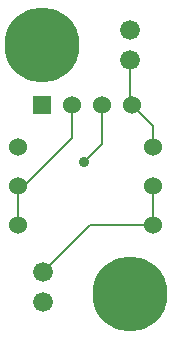
<source format=gtl>
G04 (created by PCBNEW-RS274X (2012-01-19 BZR 3256)-stable) date 23/01/2013 13:42:51*
G01*
G70*
G90*
%MOIN*%
G04 Gerber Fmt 3.4, Leading zero omitted, Abs format*
%FSLAX34Y34*%
G04 APERTURE LIST*
%ADD10C,0.006000*%
%ADD11R,0.060000X0.060000*%
%ADD12C,0.060000*%
%ADD13C,0.066000*%
%ADD14C,0.250000*%
%ADD15C,0.035000*%
%ADD16C,0.008000*%
G04 APERTURE END LIST*
G54D10*
G54D11*
X63750Y-31000D03*
G54D12*
X64750Y-31000D03*
X65750Y-31000D03*
X66750Y-31000D03*
G54D13*
X63800Y-36550D03*
X63800Y-37550D03*
X66700Y-29500D03*
X66700Y-28500D03*
G54D14*
X63750Y-29000D03*
X66700Y-37300D03*
G54D12*
X62950Y-35000D03*
X67450Y-35000D03*
X62950Y-33700D03*
X67450Y-33700D03*
X62950Y-32400D03*
X67450Y-32400D03*
G54D15*
X65150Y-32900D03*
G54D16*
X65750Y-31000D02*
X65750Y-32300D01*
X65750Y-32300D02*
X65150Y-32900D01*
X65350Y-35000D02*
X63800Y-36550D01*
X67450Y-35000D02*
X65350Y-35000D01*
X67450Y-33700D02*
X67450Y-35000D01*
X62950Y-33700D02*
X63150Y-33700D01*
X64750Y-32100D02*
X64750Y-31000D01*
X63150Y-33700D02*
X64750Y-32100D01*
X62950Y-35000D02*
X62950Y-33700D01*
X67450Y-32400D02*
X67450Y-31700D01*
X67450Y-31700D02*
X66750Y-31000D01*
X66700Y-29500D02*
X66700Y-30950D01*
X66700Y-30950D02*
X66750Y-31000D01*
M02*

</source>
